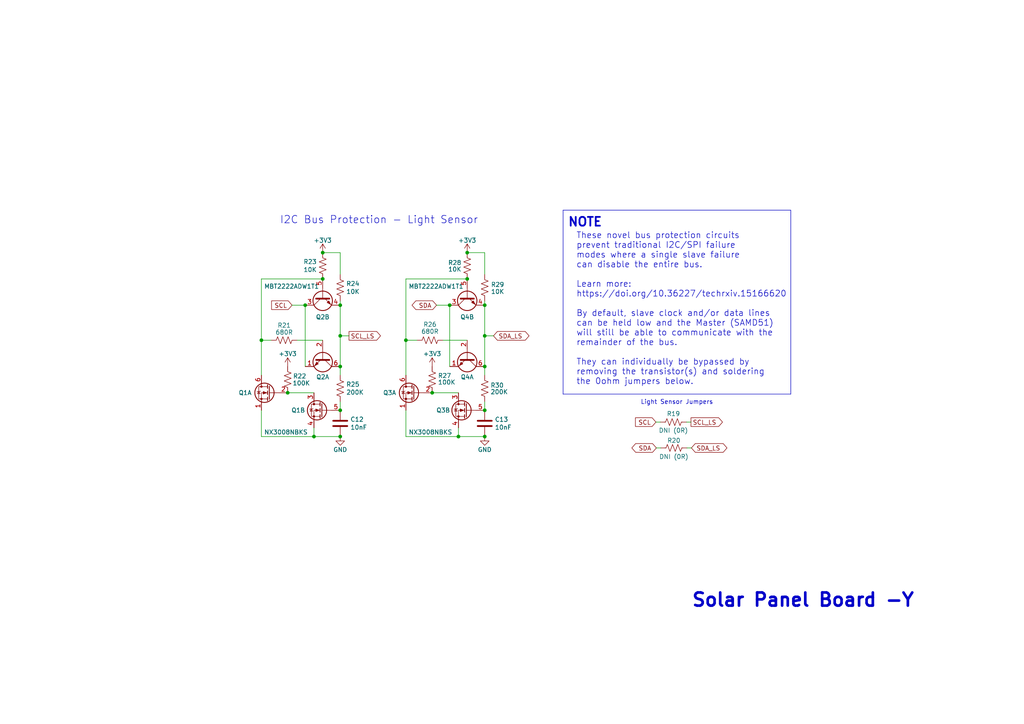
<source format=kicad_sch>
(kicad_sch (version 20230121) (generator eeschema)

  (uuid e88d67e6-e4dd-476a-8dc3-556f9f457f6d)

  (paper "A4")

  (title_block
    (title "PyCubed Mini")
    (date "2023-02-18")
    (rev "Rev B3/01")
    (company "REx Lab Carnegie Mellon University")
    (comment 1 "Z.Manchester")
    (comment 2 "N.Khera")
    (comment 3 "M.Holliday")
  )

  (lib_symbols
    (symbol "Device:C" (pin_numbers hide) (pin_names (offset 0.254)) (in_bom yes) (on_board yes)
      (property "Reference" "C" (at 0.635 2.54 0)
        (effects (font (size 1.27 1.27)) (justify left))
      )
      (property "Value" "C" (at 0.635 -2.54 0)
        (effects (font (size 1.27 1.27)) (justify left))
      )
      (property "Footprint" "" (at 0.9652 -3.81 0)
        (effects (font (size 1.27 1.27)) hide)
      )
      (property "Datasheet" "~" (at 0 0 0)
        (effects (font (size 1.27 1.27)) hide)
      )
      (property "ki_keywords" "cap capacitor" (at 0 0 0)
        (effects (font (size 1.27 1.27)) hide)
      )
      (property "ki_description" "Unpolarized capacitor" (at 0 0 0)
        (effects (font (size 1.27 1.27)) hide)
      )
      (property "ki_fp_filters" "C_*" (at 0 0 0)
        (effects (font (size 1.27 1.27)) hide)
      )
      (symbol "C_0_1"
        (polyline
          (pts
            (xy -2.032 -0.762)
            (xy 2.032 -0.762)
          )
          (stroke (width 0.508) (type default))
          (fill (type none))
        )
        (polyline
          (pts
            (xy -2.032 0.762)
            (xy 2.032 0.762)
          )
          (stroke (width 0.508) (type default))
          (fill (type none))
        )
      )
      (symbol "C_1_1"
        (pin passive line (at 0 3.81 270) (length 2.794)
          (name "~" (effects (font (size 1.27 1.27))))
          (number "1" (effects (font (size 1.27 1.27))))
        )
        (pin passive line (at 0 -3.81 90) (length 2.794)
          (name "~" (effects (font (size 1.27 1.27))))
          (number "2" (effects (font (size 1.27 1.27))))
        )
      )
    )
    (symbol "Device:R_US" (pin_numbers hide) (pin_names (offset 0)) (in_bom yes) (on_board yes)
      (property "Reference" "R" (at 2.54 0 90)
        (effects (font (size 1.27 1.27)))
      )
      (property "Value" "R_US" (at -2.54 0 90)
        (effects (font (size 1.27 1.27)))
      )
      (property "Footprint" "" (at 1.016 -0.254 90)
        (effects (font (size 1.27 1.27)) hide)
      )
      (property "Datasheet" "~" (at 0 0 0)
        (effects (font (size 1.27 1.27)) hide)
      )
      (property "ki_keywords" "R res resistor" (at 0 0 0)
        (effects (font (size 1.27 1.27)) hide)
      )
      (property "ki_description" "Resistor, US symbol" (at 0 0 0)
        (effects (font (size 1.27 1.27)) hide)
      )
      (property "ki_fp_filters" "R_*" (at 0 0 0)
        (effects (font (size 1.27 1.27)) hide)
      )
      (symbol "R_US_0_1"
        (polyline
          (pts
            (xy 0 -2.286)
            (xy 0 -2.54)
          )
          (stroke (width 0) (type default))
          (fill (type none))
        )
        (polyline
          (pts
            (xy 0 2.286)
            (xy 0 2.54)
          )
          (stroke (width 0) (type default))
          (fill (type none))
        )
        (polyline
          (pts
            (xy 0 -0.762)
            (xy 1.016 -1.143)
            (xy 0 -1.524)
            (xy -1.016 -1.905)
            (xy 0 -2.286)
          )
          (stroke (width 0) (type default))
          (fill (type none))
        )
        (polyline
          (pts
            (xy 0 0.762)
            (xy 1.016 0.381)
            (xy 0 0)
            (xy -1.016 -0.381)
            (xy 0 -0.762)
          )
          (stroke (width 0) (type default))
          (fill (type none))
        )
        (polyline
          (pts
            (xy 0 2.286)
            (xy 1.016 1.905)
            (xy 0 1.524)
            (xy -1.016 1.143)
            (xy 0 0.762)
          )
          (stroke (width 0) (type default))
          (fill (type none))
        )
      )
      (symbol "R_US_1_1"
        (pin passive line (at 0 3.81 270) (length 1.27)
          (name "~" (effects (font (size 1.27 1.27))))
          (number "1" (effects (font (size 1.27 1.27))))
        )
        (pin passive line (at 0 -3.81 90) (length 1.27)
          (name "~" (effects (font (size 1.27 1.27))))
          (number "2" (effects (font (size 1.27 1.27))))
        )
      )
    )
    (symbol "Transistor_BJT:MBT2222ADW1T1" (pin_names (offset 0) hide) (in_bom yes) (on_board yes)
      (property "Reference" "Q" (at 5.08 1.27 0)
        (effects (font (size 1.27 1.27)) (justify left))
      )
      (property "Value" "MBT2222ADW1T1" (at 5.08 -1.27 0)
        (effects (font (size 1.27 1.27)) (justify left))
      )
      (property "Footprint" "Package_TO_SOT_SMD:SOT-363_SC-70-6" (at 5.08 2.54 0)
        (effects (font (size 1.27 1.27)) hide)
      )
      (property "Datasheet" "http://www.onsemi.com/pub_link/Collateral/MBT2222ADW1T1-D.PDF" (at 0 0 0)
        (effects (font (size 1.27 1.27)) hide)
      )
      (property "ki_locked" "" (at 0 0 0)
        (effects (font (size 1.27 1.27)))
      )
      (property "ki_keywords" "NPN/NPN Transistor" (at 0 0 0)
        (effects (font (size 1.27 1.27)) hide)
      )
      (property "ki_description" "600mA IC, 40V Vce, Dual NPN/NPN Transistors, SOT-363" (at 0 0 0)
        (effects (font (size 1.27 1.27)) hide)
      )
      (property "ki_fp_filters" "SOT?363*" (at 0 0 0)
        (effects (font (size 1.27 1.27)) hide)
      )
      (symbol "MBT2222ADW1T1_0_1"
        (polyline
          (pts
            (xy 0.635 0)
            (xy -2.54 0)
          )
          (stroke (width 0) (type default))
          (fill (type none))
        )
        (polyline
          (pts
            (xy 0.635 0.635)
            (xy 2.54 2.54)
          )
          (stroke (width 0) (type default))
          (fill (type none))
        )
        (polyline
          (pts
            (xy 0.635 -0.635)
            (xy 2.54 -2.54)
            (xy 2.54 -2.54)
          )
          (stroke (width 0) (type default))
          (fill (type none))
        )
        (polyline
          (pts
            (xy 0.635 1.905)
            (xy 0.635 -1.905)
            (xy 0.635 -1.905)
          )
          (stroke (width 0.508) (type default))
          (fill (type none))
        )
        (polyline
          (pts
            (xy 1.27 -1.778)
            (xy 1.778 -1.27)
            (xy 2.286 -2.286)
            (xy 1.27 -1.778)
            (xy 1.27 -1.778)
          )
          (stroke (width 0) (type default))
          (fill (type outline))
        )
        (circle (center 1.27 0) (radius 2.8194)
          (stroke (width 0.254) (type default))
          (fill (type none))
        )
      )
      (symbol "MBT2222ADW1T1_1_1"
        (pin passive line (at 2.54 -5.08 90) (length 2.54)
          (name "E1" (effects (font (size 1.27 1.27))))
          (number "1" (effects (font (size 1.27 1.27))))
        )
        (pin input line (at -5.08 0 0) (length 2.54)
          (name "B1" (effects (font (size 1.27 1.27))))
          (number "2" (effects (font (size 1.27 1.27))))
        )
        (pin passive line (at 2.54 5.08 270) (length 2.54)
          (name "C1" (effects (font (size 1.27 1.27))))
          (number "6" (effects (font (size 1.27 1.27))))
        )
      )
      (symbol "MBT2222ADW1T1_2_1"
        (pin passive line (at 2.54 5.08 270) (length 2.54)
          (name "C2" (effects (font (size 1.27 1.27))))
          (number "3" (effects (font (size 1.27 1.27))))
        )
        (pin passive line (at 2.54 -5.08 90) (length 2.54)
          (name "E2" (effects (font (size 1.27 1.27))))
          (number "4" (effects (font (size 1.27 1.27))))
        )
        (pin input line (at -5.08 0 0) (length 2.54)
          (name "B2" (effects (font (size 1.27 1.27))))
          (number "5" (effects (font (size 1.27 1.27))))
        )
      )
    )
    (symbol "mainboard:NX3008NBKS" (pin_names (offset 0.762) hide) (in_bom yes) (on_board yes)
      (property "Reference" "Q" (at 5.08 1.27 0)
        (effects (font (size 1.27 1.27)) (justify left))
      )
      (property "Value" "NX3008NBKS" (at 5.08 -1.27 0)
        (effects (font (size 1.27 1.27)) (justify left))
      )
      (property "Footprint" "Package_TO_SOT_SMD:SOT-363_SC-70-6" (at -13.97 -13.97 0)
        (effects (font (size 1.27 1.27)) (justify left) hide)
      )
      (property "Datasheet" "https://assets.nexperia.com/documents/data-sheet/NX3008NBKS.pdf" (at -13.97 -16.51 0)
        (effects (font (size 1.27 1.27)) (justify left) hide)
      )
      (property "Description" "Dual N-Channel MOSFET - 2NMOS" (at -13.97 -19.05 0)
        (effects (font (size 1.27 1.27)) (justify left) hide)
      )
      (property "Manufacturer_Name" "Nexperia USA Inc." (at -13.97 -21.59 0)
        (effects (font (size 1.27 1.27)) (justify left) hide)
      )
      (property "Manufacturer_Part_Number" "NX3008NBKS" (at -13.97 -24.13 0)
        (effects (font (size 1.27 1.27)) (justify left) hide)
      )
      (property "ki_locked" "" (at 0 0 0)
        (effects (font (size 1.27 1.27)))
      )
      (symbol "NX3008NBKS_1_1"
        (polyline
          (pts
            (xy -1.016 0)
            (xy -3.81 0)
          )
          (stroke (width 0) (type default))
          (fill (type none))
        )
        (polyline
          (pts
            (xy -1.016 1.905)
            (xy -1.016 -1.905)
          )
          (stroke (width 0.254) (type default))
          (fill (type none))
        )
        (polyline
          (pts
            (xy -0.508 -1.27)
            (xy -0.508 -2.286)
          )
          (stroke (width 0.254) (type default))
          (fill (type none))
        )
        (polyline
          (pts
            (xy -0.508 0.508)
            (xy -0.508 -0.508)
          )
          (stroke (width 0.254) (type default))
          (fill (type none))
        )
        (polyline
          (pts
            (xy -0.508 2.286)
            (xy -0.508 1.27)
          )
          (stroke (width 0.254) (type default))
          (fill (type none))
        )
        (polyline
          (pts
            (xy 1.27 2.54)
            (xy 1.27 1.778)
          )
          (stroke (width 0) (type default))
          (fill (type none))
        )
        (polyline
          (pts
            (xy 1.27 -2.54)
            (xy 1.27 0)
            (xy -0.508 0)
          )
          (stroke (width 0) (type default))
          (fill (type none))
        )
        (polyline
          (pts
            (xy -0.508 -1.778)
            (xy 2.032 -1.778)
            (xy 2.032 1.778)
            (xy -0.508 1.778)
          )
          (stroke (width 0) (type default))
          (fill (type none))
        )
        (polyline
          (pts
            (xy -0.254 0)
            (xy 0.762 0.381)
            (xy 0.762 -0.381)
            (xy -0.254 0)
          )
          (stroke (width 0) (type default))
          (fill (type outline))
        )
        (polyline
          (pts
            (xy 1.524 0.508)
            (xy 1.651 0.381)
            (xy 2.413 0.381)
            (xy 2.54 0.254)
          )
          (stroke (width 0) (type default))
          (fill (type none))
        )
        (polyline
          (pts
            (xy 2.032 0.381)
            (xy 1.651 -0.254)
            (xy 2.413 -0.254)
            (xy 2.032 0.381)
          )
          (stroke (width 0) (type default))
          (fill (type none))
        )
        (circle (center 0.381 0) (radius 2.794)
          (stroke (width 0.254) (type default))
          (fill (type none))
        )
        (circle (center 1.27 -1.778) (radius 0.254)
          (stroke (width 0) (type default))
          (fill (type outline))
        )
        (circle (center 1.27 1.778) (radius 0.254)
          (stroke (width 0) (type default))
          (fill (type outline))
        )
        (pin passive line (at 1.27 -5.08 90) (length 2.54)
          (name "S2" (effects (font (size 1.27 1.27))))
          (number "1" (effects (font (size 1.27 1.27))))
        )
        (pin input line (at -6.35 0 0) (length 2.54)
          (name "G2" (effects (font (size 1.27 1.27))))
          (number "2" (effects (font (size 1.27 1.27))))
        )
        (pin passive line (at 1.27 5.08 270) (length 2.54)
          (name "D1" (effects (font (size 1.27 1.27))))
          (number "6" (effects (font (size 1.27 1.27))))
        )
      )
      (symbol "NX3008NBKS_2_1"
        (polyline
          (pts
            (xy -1.016 0)
            (xy -3.81 0)
          )
          (stroke (width 0) (type default))
          (fill (type none))
        )
        (polyline
          (pts
            (xy -1.016 1.905)
            (xy -1.016 -1.905)
          )
          (stroke (width 0.254) (type default))
          (fill (type none))
        )
        (polyline
          (pts
            (xy -0.508 -1.27)
            (xy -0.508 -2.286)
          )
          (stroke (width 0.254) (type default))
          (fill (type none))
        )
        (polyline
          (pts
            (xy -0.508 0.508)
            (xy -0.508 -0.508)
          )
          (stroke (width 0.254) (type default))
          (fill (type none))
        )
        (polyline
          (pts
            (xy -0.508 2.286)
            (xy -0.508 1.27)
          )
          (stroke (width 0.254) (type default))
          (fill (type none))
        )
        (polyline
          (pts
            (xy 1.27 2.54)
            (xy 1.27 1.778)
          )
          (stroke (width 0) (type default))
          (fill (type none))
        )
        (polyline
          (pts
            (xy 1.27 -2.54)
            (xy 1.27 0)
            (xy -0.508 0)
          )
          (stroke (width 0) (type default))
          (fill (type none))
        )
        (polyline
          (pts
            (xy -0.508 -1.778)
            (xy 2.032 -1.778)
            (xy 2.032 1.778)
            (xy -0.508 1.778)
          )
          (stroke (width 0) (type default))
          (fill (type none))
        )
        (polyline
          (pts
            (xy -0.254 0)
            (xy 0.762 0.381)
            (xy 0.762 -0.381)
            (xy -0.254 0)
          )
          (stroke (width 0) (type default))
          (fill (type outline))
        )
        (polyline
          (pts
            (xy 1.524 0.508)
            (xy 1.651 0.381)
            (xy 2.413 0.381)
            (xy 2.54 0.254)
          )
          (stroke (width 0) (type default))
          (fill (type none))
        )
        (polyline
          (pts
            (xy 2.032 0.381)
            (xy 1.651 -0.254)
            (xy 2.413 -0.254)
            (xy 2.032 0.381)
          )
          (stroke (width 0) (type default))
          (fill (type none))
        )
        (circle (center 0.381 0) (radius 2.794)
          (stroke (width 0.254) (type default))
          (fill (type none))
        )
        (circle (center 1.27 -1.778) (radius 0.254)
          (stroke (width 0) (type default))
          (fill (type outline))
        )
        (circle (center 1.27 1.778) (radius 0.254)
          (stroke (width 0) (type default))
          (fill (type outline))
        )
        (pin passive line (at 1.27 5.08 270) (length 2.54)
          (name "D2" (effects (font (size 1.27 1.27))))
          (number "3" (effects (font (size 1.27 1.27))))
        )
        (pin passive line (at 1.27 -5.08 90) (length 2.54)
          (name "S1" (effects (font (size 1.27 1.27))))
          (number "4" (effects (font (size 1.27 1.27))))
        )
        (pin input line (at -6.35 0 0) (length 2.54)
          (name "G1" (effects (font (size 1.27 1.27))))
          (number "5" (effects (font (size 1.27 1.27))))
        )
      )
    )
    (symbol "power:+3V3" (power) (pin_names (offset 0)) (in_bom yes) (on_board yes)
      (property "Reference" "#PWR" (at 0 -3.81 0)
        (effects (font (size 1.27 1.27)) hide)
      )
      (property "Value" "+3V3" (at 0 3.556 0)
        (effects (font (size 1.27 1.27)))
      )
      (property "Footprint" "" (at 0 0 0)
        (effects (font (size 1.27 1.27)) hide)
      )
      (property "Datasheet" "" (at 0 0 0)
        (effects (font (size 1.27 1.27)) hide)
      )
      (property "ki_keywords" "global power" (at 0 0 0)
        (effects (font (size 1.27 1.27)) hide)
      )
      (property "ki_description" "Power symbol creates a global label with name \"+3V3\"" (at 0 0 0)
        (effects (font (size 1.27 1.27)) hide)
      )
      (symbol "+3V3_0_1"
        (polyline
          (pts
            (xy -0.762 1.27)
            (xy 0 2.54)
          )
          (stroke (width 0) (type default))
          (fill (type none))
        )
        (polyline
          (pts
            (xy 0 0)
            (xy 0 2.54)
          )
          (stroke (width 0) (type default))
          (fill (type none))
        )
        (polyline
          (pts
            (xy 0 2.54)
            (xy 0.762 1.27)
          )
          (stroke (width 0) (type default))
          (fill (type none))
        )
      )
      (symbol "+3V3_1_1"
        (pin power_in line (at 0 0 90) (length 0) hide
          (name "+3V3" (effects (font (size 1.27 1.27))))
          (number "1" (effects (font (size 1.27 1.27))))
        )
      )
    )
    (symbol "power:GND" (power) (pin_names (offset 0)) (in_bom yes) (on_board yes)
      (property "Reference" "#PWR" (at 0 -6.35 0)
        (effects (font (size 1.27 1.27)) hide)
      )
      (property "Value" "GND" (at 0 -3.81 0)
        (effects (font (size 1.27 1.27)))
      )
      (property "Footprint" "" (at 0 0 0)
        (effects (font (size 1.27 1.27)) hide)
      )
      (property "Datasheet" "" (at 0 0 0)
        (effects (font (size 1.27 1.27)) hide)
      )
      (property "ki_keywords" "global power" (at 0 0 0)
        (effects (font (size 1.27 1.27)) hide)
      )
      (property "ki_description" "Power symbol creates a global label with name \"GND\" , ground" (at 0 0 0)
        (effects (font (size 1.27 1.27)) hide)
      )
      (symbol "GND_0_1"
        (polyline
          (pts
            (xy 0 0)
            (xy 0 -1.27)
            (xy 1.27 -1.27)
            (xy 0 -2.54)
            (xy -1.27 -1.27)
            (xy 0 -1.27)
          )
          (stroke (width 0) (type default))
          (fill (type none))
        )
      )
      (symbol "GND_1_1"
        (pin power_in line (at 0 0 270) (length 0) hide
          (name "GND" (effects (font (size 1.27 1.27))))
          (number "1" (effects (font (size 1.27 1.27))))
        )
      )
    )
  )

  (junction (at 130.429 88.519) (diameter 0) (color 0 0 0 0)
    (uuid 01dee252-f393-4fd4-8e22-91b44f40a792)
  )
  (junction (at 98.679 97.409) (diameter 0) (color 0 0 0 0)
    (uuid 059b7342-cdb6-40e0-bf16-ddf6aa90659e)
  )
  (junction (at 132.969 126.619) (diameter 0) (color 0 0 0 0)
    (uuid 2694eee5-1481-42fb-ac5b-e0d7c905fbf6)
  )
  (junction (at 93.599 80.899) (diameter 0) (color 0 0 0 0)
    (uuid 341565f2-13df-4b0b-bf91-15238029c9ed)
  )
  (junction (at 135.509 80.899) (diameter 0) (color 0 0 0 0)
    (uuid 350263d7-0429-4d30-b2f3-e6e826ed6eb1)
  )
  (junction (at 140.589 118.999) (diameter 0) (color 0 0 0 0)
    (uuid 3f4c858b-d6fe-452c-b306-5c9e02638bdc)
  )
  (junction (at 83.439 113.919) (diameter 0) (color 0 0 0 0)
    (uuid 409c22ca-cb31-4c9f-8468-922116392378)
  )
  (junction (at 93.599 73.279) (diameter 0) (color 0 0 0 0)
    (uuid 4e4eb513-6e37-45ec-b70f-a5a4c50ae34d)
  )
  (junction (at 140.589 106.299) (diameter 0) (color 0 0 0 0)
    (uuid 6368ff57-11f8-4a7c-b6b6-d8bacbefd407)
  )
  (junction (at 125.349 113.919) (diameter 0) (color 0 0 0 0)
    (uuid 65d44ef3-dec2-433f-b6e1-3b16aed09301)
  )
  (junction (at 88.519 88.519) (diameter 0) (color 0 0 0 0)
    (uuid 69d70284-d116-4599-bade-876a0e846516)
  )
  (junction (at 140.589 126.619) (diameter 0) (color 0 0 0 0)
    (uuid 73af101b-334d-4765-bd52-9d65b8bc595f)
  )
  (junction (at 117.729 98.679) (diameter 0) (color 0 0 0 0)
    (uuid 77e01bed-f376-43bd-b632-472028871afb)
  )
  (junction (at 91.059 126.619) (diameter 0) (color 0 0 0 0)
    (uuid 8d94a5be-53c8-4c9c-afcd-427c6db5da1e)
  )
  (junction (at 98.679 118.999) (diameter 0) (color 0 0 0 0)
    (uuid 93e1d7a1-2f3c-4f6d-a3df-9752ba477ca2)
  )
  (junction (at 135.509 73.279) (diameter 0) (color 0 0 0 0)
    (uuid aa610b1d-a66c-4e18-aefd-c5eec4b84fe2)
  )
  (junction (at 98.679 88.519) (diameter 0) (color 0 0 0 0)
    (uuid b8c94b6e-45e9-4618-9c3b-9743917d7790)
  )
  (junction (at 140.589 88.519) (diameter 0) (color 0 0 0 0)
    (uuid bb2fecde-9201-460a-ad34-593fda7d1b2b)
  )
  (junction (at 98.679 106.299) (diameter 0) (color 0 0 0 0)
    (uuid bf52449f-2ebb-41cf-bfb6-35b9137a14b5)
  )
  (junction (at 75.819 98.679) (diameter 0) (color 0 0 0 0)
    (uuid d1eb8629-43d9-4403-a974-fc00022bd38d)
  )
  (junction (at 98.679 126.619) (diameter 0) (color 0 0 0 0)
    (uuid ec841d42-7a6b-4be6-8443-9770b4e5f7c3)
  )
  (junction (at 140.589 97.409) (diameter 0) (color 0 0 0 0)
    (uuid f653d798-694f-49d0-8b69-e1a61e6fafbc)
  )

  (wire (pts (xy 91.059 124.079) (xy 91.059 126.619))
    (stroke (width 0) (type default))
    (uuid 00327b29-5170-46f4-a67b-799fc71041e9)
  )
  (wire (pts (xy 140.589 87.249) (xy 140.589 88.519))
    (stroke (width 0) (type default))
    (uuid 02c1566d-ff97-4cf1-ae78-54cc12d10f85)
  )
  (wire (pts (xy 140.589 97.409) (xy 140.589 88.519))
    (stroke (width 0) (type default))
    (uuid 1771e1f7-4be0-40ac-a267-f15d03f15a60)
  )
  (wire (pts (xy 143.129 97.409) (xy 140.589 97.409))
    (stroke (width 0) (type default))
    (uuid 19588aee-0d9b-433d-b924-7bcc2e4e53a5)
  )
  (wire (pts (xy 98.679 106.299) (xy 98.679 97.409))
    (stroke (width 0) (type default))
    (uuid 1ea549c0-5479-4e58-9af8-f2336e4d5ced)
  )
  (wire (pts (xy 75.819 98.679) (xy 75.819 80.899))
    (stroke (width 0) (type default))
    (uuid 1ffcaa80-f910-4102-9ccd-de4917aec05e)
  )
  (wire (pts (xy 140.589 106.299) (xy 140.589 97.409))
    (stroke (width 0) (type default))
    (uuid 27e89610-4783-4a06-9de4-10017fcbd966)
  )
  (wire (pts (xy 200.533 129.921) (xy 199.263 129.921))
    (stroke (width 0) (type default))
    (uuid 2de4d721-5f15-4861-a2ee-bb3ac8f41ccb)
  )
  (wire (pts (xy 84.709 88.519) (xy 88.519 88.519))
    (stroke (width 0) (type default))
    (uuid 365a2e55-64fd-4cc6-9e0a-a2311a4ffda1)
  )
  (wire (pts (xy 200.406 122.428) (xy 199.136 122.428))
    (stroke (width 0) (type default))
    (uuid 385dfb55-3332-4fc4-88e7-45c50941913f)
  )
  (wire (pts (xy 98.679 79.629) (xy 98.679 73.279))
    (stroke (width 0) (type default))
    (uuid 3875e508-cd15-40e7-8f0e-7d2266ad4bf5)
  )
  (wire (pts (xy 83.439 113.919) (xy 91.059 113.919))
    (stroke (width 0) (type default))
    (uuid 3b06637f-a74a-4193-9e3e-440a62e9a54a)
  )
  (wire (pts (xy 117.729 98.679) (xy 120.904 98.679))
    (stroke (width 0) (type default))
    (uuid 40012882-de1e-4e34-9149-348cf35102cb)
  )
  (wire (pts (xy 98.679 87.249) (xy 98.679 88.519))
    (stroke (width 0) (type default))
    (uuid 456e2b00-8ede-40b9-8a52-b0a5d76b1c4e)
  )
  (wire (pts (xy 190.246 122.428) (xy 191.516 122.428))
    (stroke (width 0) (type default))
    (uuid 47973079-69ea-4f0f-988b-6f0707b07c3f)
  )
  (wire (pts (xy 75.819 108.839) (xy 75.819 98.679))
    (stroke (width 0) (type default))
    (uuid 548e524f-0ebc-44b8-8711-99bb2d5e9443)
  )
  (wire (pts (xy 135.509 98.679) (xy 128.524 98.679))
    (stroke (width 0) (type default))
    (uuid 5a54a483-b68e-49bc-8269-91586f872e42)
  )
  (polyline (pts (xy 163.322 114.3) (xy 229.362 114.3))
    (stroke (width 0) (type default))
    (uuid 5c358960-bc17-4623-9806-0cc45bedea73)
  )

  (wire (pts (xy 75.819 80.899) (xy 93.599 80.899))
    (stroke (width 0) (type default))
    (uuid 6253ee8f-9b93-42e4-ab31-fc0ad5a80cc3)
  )
  (wire (pts (xy 93.599 98.679) (xy 86.233 98.679))
    (stroke (width 0) (type default))
    (uuid 62981ec8-3097-4124-b28b-74143ceef286)
  )
  (wire (pts (xy 75.819 118.999) (xy 75.819 126.619))
    (stroke (width 0) (type default))
    (uuid 6df05fc9-d0cc-443f-b442-f24c7e08f7a7)
  )
  (wire (pts (xy 140.589 108.839) (xy 140.589 106.299))
    (stroke (width 0) (type default))
    (uuid 6f7aebc0-9be6-479c-91f4-cf90c431060c)
  )
  (wire (pts (xy 98.679 97.409) (xy 98.679 88.519))
    (stroke (width 0) (type default))
    (uuid 7e17874e-9624-4625-95ad-9910d7732399)
  )
  (wire (pts (xy 140.589 116.459) (xy 140.589 118.999))
    (stroke (width 0) (type default))
    (uuid 7f78c063-4d6d-413f-b298-f895c27f3602)
  )
  (polyline (pts (xy 229.362 114.3) (xy 229.362 60.96))
    (stroke (width 0) (type default))
    (uuid 80477069-de81-499d-82c6-5779fd5d263f)
  )

  (wire (pts (xy 126.619 88.519) (xy 130.429 88.519))
    (stroke (width 0) (type default))
    (uuid 80ea2d36-eb2e-4d0b-aeb3-8c840442cf15)
  )
  (wire (pts (xy 117.729 98.679) (xy 117.729 80.899))
    (stroke (width 0) (type default))
    (uuid 8cca751d-97dc-46c6-9fca-cdf6ce52e07a)
  )
  (wire (pts (xy 132.969 124.079) (xy 132.969 126.619))
    (stroke (width 0) (type default))
    (uuid 90117d05-e7b0-4706-8e03-f91118844a30)
  )
  (wire (pts (xy 91.059 126.619) (xy 98.679 126.619))
    (stroke (width 0) (type default))
    (uuid 97c32869-cef9-4cec-8431-693b6ed236f6)
  )
  (wire (pts (xy 88.519 88.519) (xy 88.519 106.299))
    (stroke (width 0) (type default))
    (uuid af654b81-05df-4e53-b6f4-60f591fd3f9a)
  )
  (wire (pts (xy 117.729 80.899) (xy 135.509 80.899))
    (stroke (width 0) (type default))
    (uuid b2f008c6-6754-4adc-9444-0a5c3884f74d)
  )
  (polyline (pts (xy 229.362 60.96) (xy 163.322 60.96))
    (stroke (width 0) (type default))
    (uuid b711282d-1730-4ff8-8a30-2da503bfabbb)
  )

  (wire (pts (xy 130.429 88.519) (xy 130.429 106.299))
    (stroke (width 0) (type default))
    (uuid b7db25cf-86a8-4a9f-a8b5-8fa76af9dad3)
  )
  (polyline (pts (xy 163.322 60.96) (xy 163.322 114.3))
    (stroke (width 0) (type default))
    (uuid b83b772b-f24a-4dcc-8058-21bd0c5519f3)
  )

  (wire (pts (xy 117.729 126.619) (xy 132.969 126.619))
    (stroke (width 0) (type default))
    (uuid c084644e-a03e-470e-8d58-faa2cb82da33)
  )
  (wire (pts (xy 75.819 126.619) (xy 91.059 126.619))
    (stroke (width 0) (type default))
    (uuid c367c349-6a29-42ce-bc2e-b23469e67ed9)
  )
  (wire (pts (xy 101.219 97.409) (xy 98.679 97.409))
    (stroke (width 0) (type default))
    (uuid c834161c-40de-49da-8ab2-4a37c1de13e5)
  )
  (wire (pts (xy 190.373 129.921) (xy 191.643 129.921))
    (stroke (width 0) (type default))
    (uuid cf055c00-22a9-4145-9b41-2b54daf7a114)
  )
  (wire (pts (xy 98.679 116.459) (xy 98.679 118.999))
    (stroke (width 0) (type default))
    (uuid d0555184-a3f7-4edc-bb54-4b5b4de14dff)
  )
  (wire (pts (xy 117.729 118.999) (xy 117.729 126.619))
    (stroke (width 0) (type default))
    (uuid d95b8fe7-07fe-468c-a008-fbbda93763b8)
  )
  (wire (pts (xy 140.589 79.629) (xy 140.589 73.279))
    (stroke (width 0) (type default))
    (uuid e0205359-5e82-41c6-a0c4-e6d7b2a1729a)
  )
  (wire (pts (xy 140.589 73.279) (xy 135.509 73.279))
    (stroke (width 0) (type default))
    (uuid e5d8a124-62fe-4889-a0dc-6f948a15f3da)
  )
  (wire (pts (xy 75.819 98.679) (xy 78.613 98.679))
    (stroke (width 0) (type default))
    (uuid e6aea278-af32-4368-9bbf-224d53e53293)
  )
  (wire (pts (xy 98.679 73.279) (xy 93.599 73.279))
    (stroke (width 0) (type default))
    (uuid f14a3d69-00d3-4c78-abd9-380664bc5c2b)
  )
  (wire (pts (xy 117.729 108.839) (xy 117.729 98.679))
    (stroke (width 0) (type default))
    (uuid f18cf809-7dd3-47cc-ba22-ae3e841e5eb6)
  )
  (wire (pts (xy 98.679 108.839) (xy 98.679 106.299))
    (stroke (width 0) (type default))
    (uuid f18e461d-ac20-4024-90de-ebb8572e20cd)
  )
  (wire (pts (xy 125.349 113.919) (xy 132.969 113.919))
    (stroke (width 0) (type default))
    (uuid f9b9db16-e2ea-4f45-8eaf-cbf4af1ff926)
  )
  (wire (pts (xy 132.969 126.619) (xy 140.589 126.619))
    (stroke (width 0) (type default))
    (uuid fc4c99a4-c4b4-49ed-9357-b434f1a61a88)
  )

  (text "NOTE" (at 164.592 66.04 0)
    (effects (font (size 2.54 2.54) (thickness 0.508) bold) (justify left bottom))
    (uuid 0ec116d7-a27c-428b-a996-9bfe88de1dcb)
  )
  (text "Light Sensor Jumpers" (at 185.801 117.475 0)
    (effects (font (size 1.27 1.27)) (justify left bottom))
    (uuid 5b6ddca2-3e66-4080-a357-30aecaa7578c)
  )
  (text "I2C Bus Protection - Light Sensor" (at 81.153 65.151 0)
    (effects (font (size 2.159 2.159)) (justify left bottom))
    (uuid 7bf5b594-9c01-44f6-87c9-558f3070fde6)
  )
  (text "Solar Panel Board -Y" (at 200.406 176.403 0)
    (effects (font (size 3.81 3.81) (thickness 0.762) bold) (justify left bottom))
    (uuid ae9a1fae-934a-4415-99ac-828b644208f9)
  )
  (text "These novel bus protection circuits\nprevent traditional I2C/SPI failure \nmodes where a single slave failure\ncan disable the entire bus.\n\nLearn more: \nhttps://doi.org/10.36227/techrxiv.15166620\n\nBy default, slave clock and/or data lines \ncan be held low and the Master (SAMD51) \nwill still be able to communicate with the \nremainder of the bus.\n\nThey can individually be bypassed by \nremoving the transistor(s) and soldering\nthe 0ohm jumpers below."
    (at 167.132 111.76 0)
    (effects (font (size 1.7526 1.7526)) (justify left bottom))
    (uuid fe8bc681-a659-4f67-a094-0ba3c1c80bfc)
  )

  (global_label "SCL_LS" (shape output) (at 200.406 122.428 0) (fields_autoplaced)
    (effects (font (size 1.27 1.27)) (justify left))
    (uuid 153d77e8-f759-47a7-b9a4-35219fee111c)
    (property "Intersheetrefs" "${INTERSHEET_REFS}" (at 209.4431 122.3486 0)
      (effects (font (size 1.27 1.27)) (justify left) hide)
    )
  )
  (global_label "SCL_LS" (shape output) (at 101.219 97.409 0) (fields_autoplaced)
    (effects (font (size 1.27 1.27)) (justify left))
    (uuid 1c7a0c66-6229-4570-8f68-5181a77bdb4d)
    (property "Intersheetrefs" "${INTERSHEET_REFS}" (at 110.2561 97.3296 0)
      (effects (font (size 1.27 1.27)) (justify left) hide)
    )
  )
  (global_label "SCL" (shape input) (at 84.709 88.519 180) (fields_autoplaced)
    (effects (font (size 1.27 1.27)) (justify right))
    (uuid 4b9d82e8-3bfb-4d3f-8e1f-e0894430ee23)
    (property "Intersheetrefs" "${INTERSHEET_REFS}" (at 78.8772 88.4396 0)
      (effects (font (size 1.27 1.27)) (justify right) hide)
    )
  )
  (global_label "SDA_LS" (shape bidirectional) (at 143.129 97.409 0) (fields_autoplaced)
    (effects (font (size 1.27 1.27)) (justify left))
    (uuid 5f4c601b-aec0-4a96-b66e-87547f917a1c)
    (property "Intersheetrefs" "${INTERSHEET_REFS}" (at 152.2265 97.3296 0)
      (effects (font (size 1.27 1.27)) (justify left) hide)
    )
  )
  (global_label "SDA" (shape bidirectional) (at 126.619 88.519 180) (fields_autoplaced)
    (effects (font (size 1.27 1.27)) (justify right))
    (uuid 67d05672-1dfc-42ed-bec8-a40f06df15d2)
    (property "Intersheetrefs" "${INTERSHEET_REFS}" (at 120.7267 88.4396 0)
      (effects (font (size 1.27 1.27)) (justify right) hide)
    )
  )
  (global_label "SCL" (shape input) (at 190.246 122.428 180) (fields_autoplaced)
    (effects (font (size 1.27 1.27)) (justify right))
    (uuid 9e866523-4e48-4c7e-956e-988cf23e99cd)
    (property "Intersheetrefs" "${INTERSHEET_REFS}" (at 184.4142 122.3486 0)
      (effects (font (size 1.27 1.27)) (justify right) hide)
    )
  )
  (global_label "SDA_LS" (shape bidirectional) (at 200.533 129.921 0) (fields_autoplaced)
    (effects (font (size 1.27 1.27)) (justify left))
    (uuid eeb82ad1-27cc-4fac-8b61-b9e96fed7e98)
    (property "Intersheetrefs" "${INTERSHEET_REFS}" (at 209.6305 129.8416 0)
      (effects (font (size 1.27 1.27)) (justify left) hide)
    )
  )
  (global_label "SDA" (shape bidirectional) (at 190.373 129.921 180) (fields_autoplaced)
    (effects (font (size 1.27 1.27)) (justify right))
    (uuid efaa97bb-81d9-49ca-ae21-0027fb78eebc)
    (property "Intersheetrefs" "${INTERSHEET_REFS}" (at 184.4807 129.8416 0)
      (effects (font (size 1.27 1.27)) (justify right) hide)
    )
  )

  (symbol (lib_id "Device:R_US") (at 195.326 122.428 270) (unit 1)
    (in_bom yes) (on_board yes) (dnp no)
    (uuid 142ba91f-c78c-4136-b5bf-7ed7017ac9ee)
    (property "Reference" "R19" (at 195.326 120.015 90)
      (effects (font (size 1.27 1.27)))
    )
    (property "Value" "DNI (0R)" (at 195.326 124.841 90)
      (effects (font (size 1.27 1.27)))
    )
    (property "Footprint" "Resistor_SMD:R_0603_1608Metric" (at 195.072 123.444 90)
      (effects (font (size 1.27 1.27)) hide)
    )
    (property "Datasheet" "~" (at 195.326 122.428 0)
      (effects (font (size 1.27 1.27)) hide)
    )
    (property "DNI" "DNI" (at 195.326 124.46 90)
      (effects (font (size 1.27 1.27)) hide)
    )
    (property "Description" "0 0603" (at 194.056 121.158 0)
      (effects (font (size 1.27 1.27)) hide)
    )
    (pin "1" (uuid 12624095-fe6c-4d29-a6ee-920d0612935b))
    (pin "2" (uuid 5db48e9b-bfc4-4dee-a4ff-c2830fa71071))
    (instances
      (project "Solar-Panel-Y-"
        (path "/16bd6381-8ac0-4bf2-9dce-ecc20c724b8d"
          (reference "R19") (unit 1)
        )
        (path "/16bd6381-8ac0-4bf2-9dce-ecc20c724b8d/c7231f01-71ed-472c-883b-abc42b9f34c7"
          (reference "R19") (unit 1)
        )
      )
    )
  )

  (symbol (lib_id "Device:C") (at 98.679 122.809 0) (unit 1)
    (in_bom yes) (on_board yes) (dnp no)
    (uuid 17d61b86-884b-45cc-90cd-8ab22fd85ffd)
    (property "Reference" "C12" (at 101.6 121.6406 0)
      (effects (font (size 1.27 1.27)) (justify left))
    )
    (property "Value" "10nF" (at 101.6 123.952 0)
      (effects (font (size 1.27 1.27)) (justify left))
    )
    (property "Footprint" "Capacitor_SMD:C_0603_1608Metric" (at 99.6442 126.619 0)
      (effects (font (size 1.27 1.27)) hide)
    )
    (property "Datasheet" "~" (at 98.679 122.809 0)
      (effects (font (size 1.27 1.27)) hide)
    )
    (property "Description" "10nF +-10% 50V X7R" (at 98.679 122.809 0)
      (effects (font (size 1.27 1.27)) hide)
    )
    (pin "1" (uuid 95b47127-e9b4-4f66-bdac-3de72388cfbc))
    (pin "2" (uuid 9fe20407-5415-4d9a-aeaa-7a68f3ded3c6))
    (instances
      (project "Solar-Panel-Y-"
        (path "/16bd6381-8ac0-4bf2-9dce-ecc20c724b8d"
          (reference "C12") (unit 1)
        )
        (path "/16bd6381-8ac0-4bf2-9dce-ecc20c724b8d/c7231f01-71ed-472c-883b-abc42b9f34c7"
          (reference "C12") (unit 1)
        )
      )
    )
  )

  (symbol (lib_id "Device:C") (at 140.589 122.809 0) (unit 1)
    (in_bom yes) (on_board yes) (dnp no)
    (uuid 1be8621b-a963-4b7d-ac31-dd7be45ab75a)
    (property "Reference" "C13" (at 143.51 121.666 0)
      (effects (font (size 1.27 1.27)) (justify left))
    )
    (property "Value" "10nF" (at 143.51 123.952 0)
      (effects (font (size 1.27 1.27)) (justify left))
    )
    (property "Footprint" "Capacitor_SMD:C_0603_1608Metric" (at 141.5542 126.619 0)
      (effects (font (size 1.27 1.27)) hide)
    )
    (property "Datasheet" "~" (at 140.589 122.809 0)
      (effects (font (size 1.27 1.27)) hide)
    )
    (property "Description" "10nF +-10% 50V X7R" (at 140.589 122.809 0)
      (effects (font (size 1.27 1.27)) hide)
    )
    (pin "1" (uuid 344b0c2a-9f82-4639-b36c-9d3153728384))
    (pin "2" (uuid d157960a-7f8b-4331-98f1-166c19c5d1e2))
    (instances
      (project "Solar-Panel-Y-"
        (path "/16bd6381-8ac0-4bf2-9dce-ecc20c724b8d"
          (reference "C13") (unit 1)
        )
        (path "/16bd6381-8ac0-4bf2-9dce-ecc20c724b8d/c7231f01-71ed-472c-883b-abc42b9f34c7"
          (reference "C13") (unit 1)
        )
      )
    )
  )

  (symbol (lib_id "mainboard:NX3008NBKS") (at 77.089 113.919 0) (mirror y) (unit 1)
    (in_bom yes) (on_board yes) (dnp no)
    (uuid 296d2b89-5b1d-4e4d-88c6-838d6bc0e3c5)
    (property "Reference" "Q1" (at 73.025 113.919 0)
      (effects (font (size 1.27 1.27)) (justify left))
    )
    (property "Value" "NX3008NBKS" (at 89.281 125.349 0)
      (effects (font (size 1.27 1.27)) (justify left))
    )
    (property "Footprint" "Package_TO_SOT_SMD:SOT-363_SC-70-6" (at 91.059 127.889 0)
      (effects (font (size 1.27 1.27)) (justify left) hide)
    )
    (property "Datasheet" "https://assets.nexperia.com/documents/data-sheet/NX3008NBKS.pdf" (at 91.059 130.429 0)
      (effects (font (size 1.27 1.27)) (justify left) hide)
    )
    (property "Description" "Dual N-Channel MOSFET - 2NMOS" (at 91.059 132.969 0)
      (effects (font (size 1.27 1.27)) (justify left) hide)
    )
    (property "Manufacturer_Name" "Nexperia USA Inc." (at 91.059 135.509 0)
      (effects (font (size 1.27 1.27)) (justify left) hide)
    )
    (property "Manufacturer_Part_Number" "NX3008NBKS" (at 91.059 138.049 0)
      (effects (font (size 1.27 1.27)) (justify left) hide)
    )
    (property "Proto" "BSS138DWQ-7" (at 77.089 113.919 0)
      (effects (font (size 1.27 1.27)) hide)
    )
    (pin "1" (uuid 5545a3c1-8421-4b56-8cf7-68a63db8bea2))
    (pin "2" (uuid e98452d6-57c6-4087-b844-787e22dbacbc))
    (pin "6" (uuid 54116f63-f744-4e86-b9c5-da9212aa605c))
    (pin "3" (uuid 12c148b6-196a-423e-b1b3-7441dc0213f3))
    (pin "4" (uuid 649a6dac-74fa-4c5b-9f79-2342364e9d60))
    (pin "5" (uuid 24923664-1cbf-41cd-aec8-3ae59bd04c90))
    (instances
      (project "Solar-Panel-Y-"
        (path "/16bd6381-8ac0-4bf2-9dce-ecc20c724b8d"
          (reference "Q1") (unit 1)
        )
        (path "/16bd6381-8ac0-4bf2-9dce-ecc20c724b8d/c7231f01-71ed-472c-883b-abc42b9f34c7"
          (reference "Q1") (unit 1)
        )
      )
    )
  )

  (symbol (lib_id "power:GND") (at 140.589 126.619 0) (unit 1)
    (in_bom yes) (on_board yes) (dnp no)
    (uuid 29e60d32-4a40-47c5-825a-66053819190a)
    (property "Reference" "#PWR0116" (at 140.589 132.969 0)
      (effects (font (size 1.27 1.27)) hide)
    )
    (property "Value" "GND" (at 140.589 130.429 0)
      (effects (font (size 1.27 1.27)))
    )
    (property "Footprint" "" (at 140.589 126.619 0)
      (effects (font (size 1.27 1.27)) hide)
    )
    (property "Datasheet" "" (at 140.589 126.619 0)
      (effects (font (size 1.27 1.27)) hide)
    )
    (pin "1" (uuid c310554d-d0c2-4328-8c01-93b1aca54a1a))
    (instances
      (project "Solar-Panel-Y-"
        (path "/16bd6381-8ac0-4bf2-9dce-ecc20c724b8d"
          (reference "#PWR0116") (unit 1)
        )
        (path "/16bd6381-8ac0-4bf2-9dce-ecc20c724b8d/c7231f01-71ed-472c-883b-abc42b9f34c7"
          (reference "#PWR011") (unit 1)
        )
      )
    )
  )

  (symbol (lib_id "Transistor_BJT:MBT2222ADW1T1") (at 93.599 103.759 270) (unit 1)
    (in_bom yes) (on_board yes) (dnp no)
    (uuid 2ba2739e-f9a5-4b16-9169-41ec6a746d57)
    (property "Reference" "Q2" (at 93.599 109.347 90)
      (effects (font (size 1.27 1.27)))
    )
    (property "Value" "MBT2222ADW1T1" (at 93.599 112.0394 90)
      (effects (font (size 1.27 1.27)) hide)
    )
    (property "Footprint" "Package_TO_SOT_SMD:SOT-363_SC-70-6" (at 96.139 108.839 0)
      (effects (font (size 1.27 1.27)) hide)
    )
    (property "Datasheet" "http://www.onsemi.com/pub_link/Collateral/MBT2222ADW1T1-D.PDF" (at 93.599 103.759 0)
      (effects (font (size 1.27 1.27)) hide)
    )
    (property "Description" "Dual NPN BJT - 2NPN" (at 93.599 103.759 0)
      (effects (font (size 1.27 1.27)) hide)
    )
    (property "Flight" "MBT2222ADW1T1G" (at 93.599 103.759 0)
      (effects (font (size 1.27 1.27)) hide)
    )
    (property "Manufacturer_Name" "ON Semiconductor" (at 93.599 103.759 0)
      (effects (font (size 1.27 1.27)) hide)
    )
    (property "Manufacturer_Part_Number" "MBT2222ADW1T1G" (at 96.139 109.7534 0)
      (effects (font (size 1.27 1.27)) hide)
    )
    (property "Proto" "MBT2222ADW1T1G" (at 93.599 103.759 0)
      (effects (font (size 1.27 1.27)) hide)
    )
    (pin "1" (uuid a1e4450c-0cc9-4c89-b5b0-221d9e14a1b7))
    (pin "2" (uuid 29d8cdc5-3cc1-44d6-923a-e64957a737ea))
    (pin "6" (uuid 18ee0fdf-f7b2-4ad8-9a87-4702caadd2b0))
    (pin "3" (uuid e93a3ff8-b83d-4050-afe0-781a69e55446))
    (pin "4" (uuid 266f8210-70c8-497d-a4a6-0b229be50981))
    (pin "5" (uuid 9b8626f3-e742-4432-95ec-0f33781f2338))
    (instances
      (project "Solar-Panel-Y-"
        (path "/16bd6381-8ac0-4bf2-9dce-ecc20c724b8d"
          (reference "Q2") (unit 1)
        )
        (path "/16bd6381-8ac0-4bf2-9dce-ecc20c724b8d/c7231f01-71ed-472c-883b-abc42b9f34c7"
          (reference "Q2") (unit 1)
        )
      )
    )
  )

  (symbol (lib_id "Device:R_US") (at 124.714 98.679 270) (unit 1)
    (in_bom yes) (on_board yes) (dnp no)
    (uuid 2c3b3c38-eccc-4a52-987f-c3548a5cb83f)
    (property "Reference" "R26" (at 124.714 94.107 90)
      (effects (font (size 1.27 1.27)))
    )
    (property "Value" "680R" (at 124.714 96.139 90)
      (effects (font (size 1.27 1.27)))
    )
    (property "Footprint" "Resistor_SMD:R_0603_1608Metric" (at 124.46 99.695 90)
      (effects (font (size 1.27 1.27)) hide)
    )
    (property "Datasheet" "~" (at 124.714 98.679 0)
      (effects (font (size 1.27 1.27)) hide)
    )
    (property "Description" "680 0603" (at 124.714 98.679 0)
      (effects (font (size 1.27 1.27)) hide)
    )
    (pin "1" (uuid 65b219db-ff79-4bfc-b0be-5475af84280e))
    (pin "2" (uuid 7d365013-6c4e-497f-9243-7e0bed1fae83))
    (instances
      (project "Solar-Panel-Y-"
        (path "/16bd6381-8ac0-4bf2-9dce-ecc20c724b8d"
          (reference "R26") (unit 1)
        )
        (path "/16bd6381-8ac0-4bf2-9dce-ecc20c724b8d/c7231f01-71ed-472c-883b-abc42b9f34c7"
          (reference "R26") (unit 1)
        )
      )
    )
  )

  (symbol (lib_id "Device:R_US") (at 93.599 77.089 0) (unit 1)
    (in_bom yes) (on_board yes) (dnp no)
    (uuid 2ce192bb-a433-4e57-9a24-364f93b58425)
    (property "Reference" "R23" (at 91.8972 75.9206 0)
      (effects (font (size 1.27 1.27)) (justify right))
    )
    (property "Value" "10K" (at 91.8972 78.232 0)
      (effects (font (size 1.27 1.27)) (justify right))
    )
    (property "Footprint" "Resistor_SMD:R_0603_1608Metric" (at 94.615 77.343 90)
      (effects (font (size 1.27 1.27)) hide)
    )
    (property "Datasheet" "~" (at 93.599 77.089 0)
      (effects (font (size 1.27 1.27)) hide)
    )
    (property "Description" "10K 0603" (at 91.8972 73.3806 0)
      (effects (font (size 1.27 1.27)) hide)
    )
    (pin "1" (uuid 225975fc-07c4-4649-a7c9-8f5c016e4dd7))
    (pin "2" (uuid 593168b3-83ea-4e99-89dc-1dc222b2ebae))
    (instances
      (project "Solar-Panel-Y-"
        (path "/16bd6381-8ac0-4bf2-9dce-ecc20c724b8d"
          (reference "R23") (unit 1)
        )
        (path "/16bd6381-8ac0-4bf2-9dce-ecc20c724b8d/c7231f01-71ed-472c-883b-abc42b9f34c7"
          (reference "R23") (unit 1)
        )
      )
    )
  )

  (symbol (lib_id "power:GND") (at 98.679 126.619 0) (unit 1)
    (in_bom yes) (on_board yes) (dnp no)
    (uuid 30037157-b777-42b5-a6e7-a58e22248e35)
    (property "Reference" "#PWR0119" (at 98.679 132.969 0)
      (effects (font (size 1.27 1.27)) hide)
    )
    (property "Value" "GND" (at 98.679 130.429 0)
      (effects (font (size 1.27 1.27)))
    )
    (property "Footprint" "" (at 98.679 126.619 0)
      (effects (font (size 1.27 1.27)) hide)
    )
    (property "Datasheet" "" (at 98.679 126.619 0)
      (effects (font (size 1.27 1.27)) hide)
    )
    (pin "1" (uuid c04114e1-18b5-49dd-8b43-7a0a3280cbb4))
    (instances
      (project "Solar-Panel-Y-"
        (path "/16bd6381-8ac0-4bf2-9dce-ecc20c724b8d"
          (reference "#PWR0119") (unit 1)
        )
        (path "/16bd6381-8ac0-4bf2-9dce-ecc20c724b8d/c7231f01-71ed-472c-883b-abc42b9f34c7"
          (reference "#PWR08") (unit 1)
        )
      )
    )
  )

  (symbol (lib_id "Device:R_US") (at 140.589 112.649 0) (unit 1)
    (in_bom yes) (on_board yes) (dnp no)
    (uuid 38a5fef6-1c35-432a-bd2d-5f89adec1f7a)
    (property "Reference" "R30" (at 142.24 111.76 0)
      (effects (font (size 1.27 1.27)) (justify left))
    )
    (property "Value" "200K" (at 142.24 113.665 0)
      (effects (font (size 1.27 1.27)) (justify left))
    )
    (property "Footprint" "Resistor_SMD:R_0603_1608Metric" (at 141.605 112.903 90)
      (effects (font (size 1.27 1.27)) hide)
    )
    (property "Datasheet" "~" (at 140.589 112.649 0)
      (effects (font (size 1.27 1.27)) hide)
    )
    (property "Description" "200K 0603" (at 142.3162 108.9406 0)
      (effects (font (size 1.27 1.27)) hide)
    )
    (pin "1" (uuid 3612c6b3-24e9-4afd-93a2-53e3bf0c20cf))
    (pin "2" (uuid 8b29296d-45fd-4d95-8a5c-f0074c23b6bf))
    (instances
      (project "Solar-Panel-Y-"
        (path "/16bd6381-8ac0-4bf2-9dce-ecc20c724b8d"
          (reference "R30") (unit 1)
        )
        (path "/16bd6381-8ac0-4bf2-9dce-ecc20c724b8d/c7231f01-71ed-472c-883b-abc42b9f34c7"
          (reference "R30") (unit 1)
        )
      )
    )
  )

  (symbol (lib_id "Device:R_US") (at 82.423 98.679 270) (unit 1)
    (in_bom yes) (on_board yes) (dnp no)
    (uuid 494bae62-7380-4cb0-ae58-c50dcffb4026)
    (property "Reference" "R21" (at 82.423 94.361 90)
      (effects (font (size 1.27 1.27)))
    )
    (property "Value" "680R" (at 82.423 96.393 90)
      (effects (font (size 1.27 1.27)))
    )
    (property "Footprint" "Resistor_SMD:R_0603_1608Metric" (at 82.169 99.695 90)
      (effects (font (size 1.27 1.27)) hide)
    )
    (property "Datasheet" "~" (at 82.423 98.679 0)
      (effects (font (size 1.27 1.27)) hide)
    )
    (property "Description" "680 0603" (at 82.423 98.679 0)
      (effects (font (size 1.27 1.27)) hide)
    )
    (pin "1" (uuid 97e95048-bf22-47de-aa87-11708d2278a2))
    (pin "2" (uuid 032e1787-f206-44a1-8467-0ee3194beddb))
    (instances
      (project "Solar-Panel-Y-"
        (path "/16bd6381-8ac0-4bf2-9dce-ecc20c724b8d"
          (reference "R21") (unit 1)
        )
        (path "/16bd6381-8ac0-4bf2-9dce-ecc20c724b8d/c7231f01-71ed-472c-883b-abc42b9f34c7"
          (reference "R21") (unit 1)
        )
      )
    )
  )

  (symbol (lib_id "power:+3V3") (at 93.599 73.279 0) (unit 1)
    (in_bom yes) (on_board yes) (dnp no)
    (uuid 4cd3a753-d163-4764-9d4a-526c2e546430)
    (property "Reference" "#PWR0118" (at 93.599 77.089 0)
      (effects (font (size 1.27 1.27)) hide)
    )
    (property "Value" "+3V3" (at 93.599 69.723 0)
      (effects (font (size 1.27 1.27)))
    )
    (property "Footprint" "" (at 93.599 73.279 0)
      (effects (font (size 1.27 1.27)) hide)
    )
    (property "Datasheet" "" (at 93.599 73.279 0)
      (effects (font (size 1.27 1.27)) hide)
    )
    (pin "1" (uuid 3b5f57d7-bed3-4e7b-8a7a-ae3fb0d2da32))
    (instances
      (project "Solar-Panel-Y-"
        (path "/16bd6381-8ac0-4bf2-9dce-ecc20c724b8d"
          (reference "#PWR0118") (unit 1)
        )
        (path "/16bd6381-8ac0-4bf2-9dce-ecc20c724b8d/c7231f01-71ed-472c-883b-abc42b9f34c7"
          (reference "#PWR07") (unit 1)
        )
      )
    )
  )

  (symbol (lib_id "Device:R_US") (at 195.453 129.921 270) (unit 1)
    (in_bom yes) (on_board yes) (dnp no)
    (uuid 5021e7ee-dd83-4ec9-a2de-e2daabe1e13e)
    (property "Reference" "R20" (at 195.453 127.762 90)
      (effects (font (size 1.27 1.27)))
    )
    (property "Value" "DNI (0R)" (at 195.453 132.461 90)
      (effects (font (size 1.27 1.27)))
    )
    (property "Footprint" "Resistor_SMD:R_0603_1608Metric" (at 195.199 130.937 90)
      (effects (font (size 1.27 1.27)) hide)
    )
    (property "Datasheet" "~" (at 195.453 129.921 0)
      (effects (font (size 1.27 1.27)) hide)
    )
    (property "DNI" "DNI" (at 195.453 131.953 90)
      (effects (font (size 1.27 1.27)) hide)
    )
    (property "Description" "0 0603" (at 194.183 128.651 0)
      (effects (font (size 1.27 1.27)) hide)
    )
    (pin "1" (uuid 7b6f1a5d-c080-42a7-9e8d-4627a8d42a88))
    (pin "2" (uuid 6ba8cbaa-0fe2-410c-b56c-682e84f52541))
    (instances
      (project "Solar-Panel-Y-"
        (path "/16bd6381-8ac0-4bf2-9dce-ecc20c724b8d"
          (reference "R20") (unit 1)
        )
        (path "/16bd6381-8ac0-4bf2-9dce-ecc20c724b8d/c7231f01-71ed-472c-883b-abc42b9f34c7"
          (reference "R20") (unit 1)
        )
      )
    )
  )

  (symbol (lib_id "Device:R_US") (at 98.679 83.439 0) (unit 1)
    (in_bom yes) (on_board yes) (dnp no)
    (uuid 50836d88-d9cb-455c-bb90-853a1936affa)
    (property "Reference" "R24" (at 100.4062 82.2706 0)
      (effects (font (size 1.27 1.27)) (justify left))
    )
    (property "Value" "10K" (at 100.4062 84.582 0)
      (effects (font (size 1.27 1.27)) (justify left))
    )
    (property "Footprint" "Resistor_SMD:R_0603_1608Metric" (at 99.695 83.693 90)
      (effects (font (size 1.27 1.27)) hide)
    )
    (property "Datasheet" "~" (at 98.679 83.439 0)
      (effects (font (size 1.27 1.27)) hide)
    )
    (property "Description" "10K 0603" (at 100.4062 79.7306 0)
      (effects (font (size 1.27 1.27)) hide)
    )
    (pin "1" (uuid b10f6d41-cabc-4b2d-a4d9-7aafdccfb7bd))
    (pin "2" (uuid 1df218ec-b977-4673-abf5-bd382c8ac7c9))
    (instances
      (project "Solar-Panel-Y-"
        (path "/16bd6381-8ac0-4bf2-9dce-ecc20c724b8d"
          (reference "R24") (unit 1)
        )
        (path "/16bd6381-8ac0-4bf2-9dce-ecc20c724b8d/c7231f01-71ed-472c-883b-abc42b9f34c7"
          (reference "R24") (unit 1)
        )
      )
    )
  )

  (symbol (lib_id "Transistor_BJT:MBT2222ADW1T1") (at 135.509 103.759 270) (unit 1)
    (in_bom yes) (on_board yes) (dnp no)
    (uuid 633113c7-8801-410b-a92a-86974011ab28)
    (property "Reference" "Q4" (at 135.509 109.347 90)
      (effects (font (size 1.27 1.27)))
    )
    (property "Value" "MBT2222ADW1T1" (at 135.509 112.0394 90)
      (effects (font (size 1.27 1.27)) hide)
    )
    (property "Footprint" "Package_TO_SOT_SMD:SOT-363_SC-70-6" (at 138.049 108.839 0)
      (effects (font (size 1.27 1.27)) hide)
    )
    (property "Datasheet" "http://www.onsemi.com/pub_link/Collateral/MBT2222ADW1T1-D.PDF" (at 135.509 103.759 0)
      (effects (font (size 1.27 1.27)) hide)
    )
    (property "Description" "Dual NPN BJT - 2NPN" (at 135.509 103.759 0)
      (effects (font (size 1.27 1.27)) hide)
    )
    (property "Flight" "MBT2222ADW1T1G" (at 135.509 103.759 0)
      (effects (font (size 1.27 1.27)) hide)
    )
    (property "Manufacturer_Name" "ON Semiconductor" (at 135.509 103.759 0)
      (effects (font (size 1.27 1.27)) hide)
    )
    (property "Manufacturer_Part_Number" "MBT2222ADW1T1G" (at 138.049 109.7534 0)
      (effects (font (size 1.27 1.27)) hide)
    )
    (property "Proto" "MBT2222ADW1T1G" (at 135.509 103.759 0)
      (effects (font (size 1.27 1.27)) hide)
    )
    (pin "1" (uuid b45b966d-ed3b-4335-ac42-34f4f3362ac2))
    (pin "2" (uuid c49cdf6d-644d-442b-bf00-854dfe47d8bc))
    (pin "6" (uuid 8af4f2c2-247a-4d0a-a592-f8b50ac4b01b))
    (pin "3" (uuid f6215cc8-77cc-4eba-a031-6d8411fd3b8b))
    (pin "4" (uuid 35c6bbaf-9f33-4fd5-aca7-775dc5c8b929))
    (pin "5" (uuid b7cf93ec-7a4c-41c0-86e8-f12263d9c62f))
    (instances
      (project "Solar-Panel-Y-"
        (path "/16bd6381-8ac0-4bf2-9dce-ecc20c724b8d"
          (reference "Q4") (unit 1)
        )
        (path "/16bd6381-8ac0-4bf2-9dce-ecc20c724b8d/c7231f01-71ed-472c-883b-abc42b9f34c7"
          (reference "Q4") (unit 1)
        )
      )
    )
  )

  (symbol (lib_id "mainboard:NX3008NBKS") (at 134.239 118.999 0) (mirror y) (unit 2)
    (in_bom yes) (on_board yes) (dnp no)
    (uuid 63aa3ce8-18f8-4261-a9a5-facc2bd732f7)
    (property "Reference" "Q3" (at 130.556 118.999 0)
      (effects (font (size 1.27 1.27)) (justify left))
    )
    (property "Value" "NX3008NBKS" (at 138.049 124.079 0)
      (effects (font (size 1.27 1.27)) (justify left) hide)
    )
    (property "Footprint" "Package_TO_SOT_SMD:SOT-363_SC-70-6" (at 148.209 132.969 0)
      (effects (font (size 1.27 1.27)) (justify left) hide)
    )
    (property "Datasheet" "https://assets.nexperia.com/documents/data-sheet/NX3008NBKS.pdf" (at 148.209 135.509 0)
      (effects (font (size 1.27 1.27)) (justify left) hide)
    )
    (property "Description" "Dual N-Channel MOSFET - 2NMOS" (at 148.209 138.049 0)
      (effects (font (size 1.27 1.27)) (justify left) hide)
    )
    (property "Manufacturer_Name" "Nexperia USA Inc." (at 148.209 140.589 0)
      (effects (font (size 1.27 1.27)) (justify left) hide)
    )
    (property "Manufacturer_Part_Number" "NX3008NBKS" (at 148.209 143.129 0)
      (effects (font (size 1.27 1.27)) (justify left) hide)
    )
    (property "Proto" "BSS138DWQ-7" (at 134.239 118.999 0)
      (effects (font (size 1.27 1.27)) hide)
    )
    (pin "1" (uuid 0570cab3-3c66-493b-a2bd-443f170afc4c))
    (pin "2" (uuid ab0bde23-c79f-4796-8b99-3b6eb2d5cf6e))
    (pin "6" (uuid 03b484f3-e7b2-4113-8a5c-124f68c0a801))
    (pin "3" (uuid 61e8ecdc-d778-4f9b-a34e-06e8b4edec0f))
    (pin "4" (uuid edbcaa6b-6295-4937-ae72-42018c996d4e))
    (pin "5" (uuid f2298b4d-d08c-4dbc-8acc-053056b189b8))
    (instances
      (project "Solar-Panel-Y-"
        (path "/16bd6381-8ac0-4bf2-9dce-ecc20c724b8d"
          (reference "Q3") (unit 2)
        )
        (path "/16bd6381-8ac0-4bf2-9dce-ecc20c724b8d/c7231f01-71ed-472c-883b-abc42b9f34c7"
          (reference "Q3") (unit 2)
        )
      )
    )
  )

  (symbol (lib_id "mainboard:NX3008NBKS") (at 118.999 113.919 0) (mirror y) (unit 1)
    (in_bom yes) (on_board yes) (dnp no)
    (uuid 9a023c5c-4433-400b-8ef1-34c3a2eee3e3)
    (property "Reference" "Q3" (at 114.935 113.919 0)
      (effects (font (size 1.27 1.27)) (justify left))
    )
    (property "Value" "NX3008NBKS" (at 131.191 125.349 0)
      (effects (font (size 1.27 1.27)) (justify left))
    )
    (property "Footprint" "Package_TO_SOT_SMD:SOT-363_SC-70-6" (at 132.969 127.889 0)
      (effects (font (size 1.27 1.27)) (justify left) hide)
    )
    (property "Datasheet" "https://assets.nexperia.com/documents/data-sheet/NX3008NBKS.pdf" (at 132.969 130.429 0)
      (effects (font (size 1.27 1.27)) (justify left) hide)
    )
    (property "Description" "Dual N-Channel MOSFET - 2NMOS" (at 132.969 132.969 0)
      (effects (font (size 1.27 1.27)) (justify left) hide)
    )
    (property "Manufacturer_Name" "Nexperia USA Inc." (at 132.969 135.509 0)
      (effects (font (size 1.27 1.27)) (justify left) hide)
    )
    (property "Manufacturer_Part_Number" "NX3008NBKS" (at 132.969 138.049 0)
      (effects (font (size 1.27 1.27)) (justify left) hide)
    )
    (property "Proto" "BSS138DWQ-7" (at 118.999 113.919 0)
      (effects (font (size 1.27 1.27)) hide)
    )
    (pin "1" (uuid cecbb8fc-018e-4d07-80c3-359163adeec2))
    (pin "2" (uuid 13f36824-a404-4bef-8547-afbb6f7b27c9))
    (pin "6" (uuid 1727c134-b77c-40c3-bf6c-fc1a197f0cdf))
    (pin "3" (uuid 06058311-d40f-42dc-9f27-da2f0c864808))
    (pin "4" (uuid 326bde43-b652-44b2-834c-80c926154662))
    (pin "5" (uuid 14789f1a-b160-4570-9bad-43b438b3b60b))
    (instances
      (project "Solar-Panel-Y-"
        (path "/16bd6381-8ac0-4bf2-9dce-ecc20c724b8d"
          (reference "Q3") (unit 1)
        )
        (path "/16bd6381-8ac0-4bf2-9dce-ecc20c724b8d/c7231f01-71ed-472c-883b-abc42b9f34c7"
          (reference "Q3") (unit 1)
        )
      )
    )
  )

  (symbol (lib_id "Device:R_US") (at 125.349 110.109 0) (unit 1)
    (in_bom yes) (on_board yes) (dnp no)
    (uuid a86660de-ec09-4719-a90e-f03b205d308e)
    (property "Reference" "R27" (at 127 108.966 0)
      (effects (font (size 1.27 1.27)) (justify left))
    )
    (property "Value" "100K" (at 127 110.871 0)
      (effects (font (size 1.27 1.27)) (justify left))
    )
    (property "Footprint" "Resistor_SMD:R_0603_1608Metric" (at 126.365 110.363 90)
      (effects (font (size 1.27 1.27)) hide)
    )
    (property "Datasheet" "~" (at 125.349 110.109 0)
      (effects (font (size 1.27 1.27)) hide)
    )
    (property "Description" "100K 0603" (at 121.539 105.029 0)
      (effects (font (size 1.27 1.27)) hide)
    )
    (pin "1" (uuid 0e3cdea4-732f-49da-a3af-3decf648067f))
    (pin "2" (uuid ed2d6cb4-a75f-42e0-b125-1f76460eb12f))
    (instances
      (project "Solar-Panel-Y-"
        (path "/16bd6381-8ac0-4bf2-9dce-ecc20c724b8d"
          (reference "R27") (unit 1)
        )
        (path "/16bd6381-8ac0-4bf2-9dce-ecc20c724b8d/c7231f01-71ed-472c-883b-abc42b9f34c7"
          (reference "R27") (unit 1)
        )
      )
    )
  )

  (symbol (lib_id "Device:R_US") (at 83.439 110.109 0) (unit 1)
    (in_bom yes) (on_board yes) (dnp no)
    (uuid ab5c4778-7db9-478a-84ca-982176cdf4c3)
    (property "Reference" "R22" (at 84.963 109.093 0)
      (effects (font (size 1.27 1.27)) (justify left))
    )
    (property "Value" "100K" (at 84.836 111.125 0)
      (effects (font (size 1.27 1.27)) (justify left))
    )
    (property "Footprint" "Resistor_SMD:R_0603_1608Metric" (at 84.455 110.363 90)
      (effects (font (size 1.27 1.27)) hide)
    )
    (property "Datasheet" "~" (at 83.439 110.109 0)
      (effects (font (size 1.27 1.27)) hide)
    )
    (property "Description" "100K 0603" (at 79.629 105.029 0)
      (effects (font (size 1.27 1.27)) hide)
    )
    (pin "1" (uuid b3dcf1a8-3483-412d-aa77-7d5b9ff7e381))
    (pin "2" (uuid 1bba3988-b145-4f2b-9304-a4393e8d097d))
    (instances
      (project "Solar-Panel-Y-"
        (path "/16bd6381-8ac0-4bf2-9dce-ecc20c724b8d"
          (reference "R22") (unit 1)
        )
        (path "/16bd6381-8ac0-4bf2-9dce-ecc20c724b8d/c7231f01-71ed-472c-883b-abc42b9f34c7"
          (reference "R22") (unit 1)
        )
      )
    )
  )

  (symbol (lib_id "Transistor_BJT:MBT2222ADW1T1") (at 135.509 85.979 90) (mirror x) (unit 2)
    (in_bom yes) (on_board yes) (dnp no)
    (uuid c4aaaab9-51e5-4311-a636-e9f4d022fdcc)
    (property "Reference" "Q4" (at 135.509 91.948 90)
      (effects (font (size 1.27 1.27)))
    )
    (property "Value" "MBT2222ADW1T1" (at 126.492 83.058 90)
      (effects (font (size 1.27 1.27)))
    )
    (property "Footprint" "Package_TO_SOT_SMD:SOT-363_SC-70-6" (at 132.969 91.059 0)
      (effects (font (size 1.27 1.27)) hide)
    )
    (property "Datasheet" "http://www.onsemi.com/pub_link/Collateral/MBT2222ADW1T1-D.PDF" (at 135.509 85.979 0)
      (effects (font (size 1.27 1.27)) hide)
    )
    (property "Description" "Dual NPN BJT - 2NPN" (at 135.509 85.979 0)
      (effects (font (size 1.27 1.27)) hide)
    )
    (property "Flight" "MBT2222ADW1T1G" (at 135.509 85.979 0)
      (effects (font (size 1.27 1.27)) hide)
    )
    (property "Manufacturer_Name" "ON Semiconductor" (at 135.509 85.979 0)
      (effects (font (size 1.27 1.27)) hide)
    )
    (property "Manufacturer_Part_Number" "MBT2222ADW1T1G" (at 132.969 91.948 0)
      (effects (font (size 1.27 1.27)) hide)
    )
    (property "Proto" "MBT2222ADW1T1G" (at 135.509 85.979 0)
      (effects (font (size 1.27 1.27)) hide)
    )
    (pin "1" (uuid e82c7640-4b6c-4239-9d77-380b6e00b7d6))
    (pin "2" (uuid 074f2f92-7165-4c44-9d73-77496fd7dac4))
    (pin "6" (uuid b78e0429-cd3c-487f-acfa-2573787f39aa))
    (pin "3" (uuid 41a3966f-963c-4f70-90d8-c4ef81fac76a))
    (pin "4" (uuid 3fae016a-470d-4c71-a6e8-7ac0d76658a0))
    (pin "5" (uuid ed45e249-1247-46f3-b259-8bb41d4818e9))
    (instances
      (project "Solar-Panel-Y-"
        (path "/16bd6381-8ac0-4bf2-9dce-ecc20c724b8d"
          (reference "Q4") (unit 2)
        )
        (path "/16bd6381-8ac0-4bf2-9dce-ecc20c724b8d/c7231f01-71ed-472c-883b-abc42b9f34c7"
          (reference "Q4") (unit 2)
        )
      )
    )
  )

  (symbol (lib_id "mainboard:NX3008NBKS") (at 92.329 118.999 0) (mirror y) (unit 2)
    (in_bom yes) (on_board yes) (dnp no)
    (uuid c4bdfd29-1974-4ec7-acd4-99f68fc3ca80)
    (property "Reference" "Q1" (at 88.519 118.999 0)
      (effects (font (size 1.27 1.27)) (justify left))
    )
    (property "Value" "NX3008NBKS" (at 96.139 124.079 0)
      (effects (font (size 1.27 1.27)) (justify left) hide)
    )
    (property "Footprint" "Package_TO_SOT_SMD:SOT-363_SC-70-6" (at 106.299 132.969 0)
      (effects (font (size 1.27 1.27)) (justify left) hide)
    )
    (property "Datasheet" "https://assets.nexperia.com/documents/data-sheet/NX3008NBKS.pdf" (at 106.299 135.509 0)
      (effects (font (size 1.27 1.27)) (justify left) hide)
    )
    (property "Description" "Dual N-Channel MOSFET - 2NMOS" (at 106.299 138.049 0)
      (effects (font (size 1.27 1.27)) (justify left) hide)
    )
    (property "Manufacturer_Name" "Nexperia USA Inc." (at 106.299 140.589 0)
      (effects (font (size 1.27 1.27)) (justify left) hide)
    )
    (property "Manufacturer_Part_Number" "NX3008NBKS" (at 106.299 143.129 0)
      (effects (font (size 1.27 1.27)) (justify left) hide)
    )
    (property "Proto" "BSS138DWQ-7" (at 92.329 118.999 0)
      (effects (font (size 1.27 1.27)) hide)
    )
    (pin "1" (uuid b7b026b1-4c39-4f3c-a0cd-b3d4b9505e1e))
    (pin "2" (uuid 54c3337a-9c51-4f69-a044-06765c206215))
    (pin "6" (uuid f671cbc1-3412-47e8-b021-90d02095628e))
    (pin "3" (uuid 8f8b85e7-4acd-4f85-948a-cdc8334b0230))
    (pin "4" (uuid 048c303a-ba71-469b-83ad-b92441a47faa))
    (pin "5" (uuid 0df29560-0274-49ac-88d2-52938b80827c))
    (instances
      (project "Solar-Panel-Y-"
        (path "/16bd6381-8ac0-4bf2-9dce-ecc20c724b8d"
          (reference "Q1") (unit 2)
        )
        (path "/16bd6381-8ac0-4bf2-9dce-ecc20c724b8d/c7231f01-71ed-472c-883b-abc42b9f34c7"
          (reference "Q1") (unit 2)
        )
      )
    )
  )

  (symbol (lib_id "Device:R_US") (at 135.509 77.089 0) (unit 1)
    (in_bom yes) (on_board yes) (dnp no)
    (uuid d4617f54-f248-47f7-adb0-c2911be0cd32)
    (property "Reference" "R28" (at 133.858 76.2 0)
      (effects (font (size 1.27 1.27)) (justify right))
    )
    (property "Value" "10K" (at 133.858 78.105 0)
      (effects (font (size 1.27 1.27)) (justify right))
    )
    (property "Footprint" "Resistor_SMD:R_0603_1608Metric" (at 136.525 77.343 90)
      (effects (font (size 1.27 1.27)) hide)
    )
    (property "Datasheet" "~" (at 135.509 77.089 0)
      (effects (font (size 1.27 1.27)) hide)
    )
    (property "Description" "10K 0603" (at 133.8072 73.3806 0)
      (effects (font (size 1.27 1.27)) hide)
    )
    (pin "1" (uuid b278ca09-1aaa-4b28-8d5f-cf66e9b592f9))
    (pin "2" (uuid 3b7cb124-da07-4270-bb84-fe79cf237b7b))
    (instances
      (project "Solar-Panel-Y-"
        (path "/16bd6381-8ac0-4bf2-9dce-ecc20c724b8d"
          (reference "R28") (unit 1)
        )
        (path "/16bd6381-8ac0-4bf2-9dce-ecc20c724b8d/c7231f01-71ed-472c-883b-abc42b9f34c7"
          (reference "R28") (unit 1)
        )
      )
    )
  )

  (symbol (lib_id "Transistor_BJT:MBT2222ADW1T1") (at 93.599 85.979 90) (mirror x) (unit 2)
    (in_bom yes) (on_board yes) (dnp no)
    (uuid d87a105e-c67a-4056-a1ee-2c623635a022)
    (property "Reference" "Q2" (at 93.599 91.948 90)
      (effects (font (size 1.27 1.27)))
    )
    (property "Value" "MBT2222ADW1T1" (at 84.582 83.058 90)
      (effects (font (size 1.27 1.27)))
    )
    (property "Footprint" "Package_TO_SOT_SMD:SOT-363_SC-70-6" (at 91.059 91.059 0)
      (effects (font (size 1.27 1.27)) hide)
    )
    (property "Datasheet" "http://www.onsemi.com/pub_link/Collateral/MBT2222ADW1T1-D.PDF" (at 93.599 85.979 0)
      (effects (font (size 1.27 1.27)) hide)
    )
    (property "Description" "Dual NPN BJT - 2NPN" (at 93.599 85.979 0)
      (effects (font (size 1.27 1.27)) hide)
    )
    (property "Flight" "MBT2222ADW1T1G" (at 93.599 85.979 0)
      (effects (font (size 1.27 1.27)) hide)
    )
    (property "Manufacturer_Name" "ON Semiconductor" (at 93.599 85.979 0)
      (effects (font (size 1.27 1.27)) hide)
    )
    (property "Manufacturer_Part_Number" "MBT2222ADW1T1G" (at 91.059 91.948 0)
      (effects (font (size 1.27 1.27)) hide)
    )
    (property "Proto" "MBT2222ADW1T1G" (at 93.599 85.979 0)
      (effects (font (size 1.27 1.27)) hide)
    )
    (pin "1" (uuid 50bac839-8f66-484d-b451-697bf6cf8e5a))
    (pin "2" (uuid 2629bcf3-ce70-43f3-a1c0-28f979288aba))
    (pin "6" (uuid c1969c3f-3e44-4578-a929-2456af7c205e))
    (pin "3" (uuid 284ec624-e1f5-4e16-8252-de583e50a087))
    (pin "4" (uuid 1ebea47d-fe5b-4362-bbc6-3544d4909a4f))
    (pin "5" (uuid 97d09a04-c430-4c5f-b5cb-90bd47b40b33))
    (instances
      (project "Solar-Panel-Y-"
        (path "/16bd6381-8ac0-4bf2-9dce-ecc20c724b8d"
          (reference "Q2") (unit 2)
        )
        (path "/16bd6381-8ac0-4bf2-9dce-ecc20c724b8d/c7231f01-71ed-472c-883b-abc42b9f34c7"
          (reference "Q2") (unit 2)
        )
      )
    )
  )

  (symbol (lib_id "power:+3V3") (at 125.349 106.299 0) (unit 1)
    (in_bom yes) (on_board yes) (dnp no)
    (uuid e9e6faca-fd1b-43af-96f4-cda4f00bdb79)
    (property "Reference" "#PWR0120" (at 125.349 110.109 0)
      (effects (font (size 1.27 1.27)) hide)
    )
    (property "Value" "+3V3" (at 125.349 102.616 0)
      (effects (font (size 1.27 1.27)))
    )
    (property "Footprint" "" (at 125.349 106.299 0)
      (effects (font (size 1.27 1.27)) hide)
    )
    (property "Datasheet" "" (at 125.349 106.299 0)
      (effects (font (size 1.27 1.27)) hide)
    )
    (pin "1" (uuid 929cec2d-9cb4-46b5-ab95-25567e054335))
    (instances
      (project "Solar-Panel-Y-"
        (path "/16bd6381-8ac0-4bf2-9dce-ecc20c724b8d"
          (reference "#PWR0120") (unit 1)
        )
        (path "/16bd6381-8ac0-4bf2-9dce-ecc20c724b8d/c7231f01-71ed-472c-883b-abc42b9f34c7"
          (reference "#PWR09") (unit 1)
        )
      )
    )
  )

  (symbol (lib_id "Device:R_US") (at 98.679 112.649 0) (unit 1)
    (in_bom yes) (on_board yes) (dnp no)
    (uuid eb095de3-b806-445a-8202-0ad8d3e10c5a)
    (property "Reference" "R25" (at 100.4062 111.4806 0)
      (effects (font (size 1.27 1.27)) (justify left))
    )
    (property "Value" "200K" (at 100.4062 113.792 0)
      (effects (font (size 1.27 1.27)) (justify left))
    )
    (property "Footprint" "Resistor_SMD:R_0603_1608Metric" (at 99.695 112.903 90)
      (effects (font (size 1.27 1.27)) hide)
    )
    (property "Datasheet" "~" (at 98.679 112.649 0)
      (effects (font (size 1.27 1.27)) hide)
    )
    (property "Description" "200K 0603" (at 100.4062 108.9406 0)
      (effects (font (size 1.27 1.27)) hide)
    )
    (pin "1" (uuid 9a17d000-43ad-48ad-80cd-9d295df954ba))
    (pin "2" (uuid c4d4d9ac-487e-4f16-98f5-e974191ffb9e))
    (instances
      (project "Solar-Panel-Y-"
        (path "/16bd6381-8ac0-4bf2-9dce-ecc20c724b8d"
          (reference "R25") (unit 1)
        )
        (path "/16bd6381-8ac0-4bf2-9dce-ecc20c724b8d/c7231f01-71ed-472c-883b-abc42b9f34c7"
          (reference "R25") (unit 1)
        )
      )
    )
  )

  (symbol (lib_id "Device:R_US") (at 140.589 83.439 0) (unit 1)
    (in_bom yes) (on_board yes) (dnp no)
    (uuid ee64f219-bac5-4686-8bce-e7838ff59bdd)
    (property "Reference" "R29" (at 142.367 82.55 0)
      (effects (font (size 1.27 1.27)) (justify left))
    )
    (property "Value" "10K" (at 142.367 84.582 0)
      (effects (font (size 1.27 1.27)) (justify left))
    )
    (property "Footprint" "Resistor_SMD:R_0603_1608Metric" (at 141.605 83.693 90)
      (effects (font (size 1.27 1.27)) hide)
    )
    (property "Datasheet" "~" (at 140.589 83.439 0)
      (effects (font (size 1.27 1.27)) hide)
    )
    (property "Description" "10K 0603" (at 142.3162 79.7306 0)
      (effects (font (size 1.27 1.27)) hide)
    )
    (pin "1" (uuid a7845621-49a6-4543-a4b6-88b611d06465))
    (pin "2" (uuid 17df2530-8dcc-482e-a6a4-a1296887919e))
    (instances
      (project "Solar-Panel-Y-"
        (path "/16bd6381-8ac0-4bf2-9dce-ecc20c724b8d"
          (reference "R29") (unit 1)
        )
        (path "/16bd6381-8ac0-4bf2-9dce-ecc20c724b8d/c7231f01-71ed-472c-883b-abc42b9f34c7"
          (reference "R29") (unit 1)
        )
      )
    )
  )

  (symbol (lib_id "power:+3V3") (at 135.509 73.279 0) (unit 1)
    (in_bom yes) (on_board yes) (dnp no)
    (uuid f3f99f26-40de-46aa-83a7-5482c2b48718)
    (property "Reference" "#PWR0117" (at 135.509 77.089 0)
      (effects (font (size 1.27 1.27)) hide)
    )
    (property "Value" "+3V3" (at 135.509 69.723 0)
      (effects (font (size 1.27 1.27)))
    )
    (property "Footprint" "" (at 135.509 73.279 0)
      (effects (font (size 1.27 1.27)) hide)
    )
    (property "Datasheet" "" (at 135.509 73.279 0)
      (effects (font (size 1.27 1.27)) hide)
    )
    (pin "1" (uuid 3c3b2a87-7ed5-45ad-b2a1-cf0d0e034fd8))
    (instances
      (project "Solar-Panel-Y-"
        (path "/16bd6381-8ac0-4bf2-9dce-ecc20c724b8d"
          (reference "#PWR0117") (unit 1)
        )
        (path "/16bd6381-8ac0-4bf2-9dce-ecc20c724b8d/c7231f01-71ed-472c-883b-abc42b9f34c7"
          (reference "#PWR010") (unit 1)
        )
      )
    )
  )

  (symbol (lib_id "power:+3V3") (at 83.439 106.299 0) (unit 1)
    (in_bom yes) (on_board yes) (dnp no)
    (uuid fb8e424d-c86c-4f03-95a7-388094f6927a)
    (property "Reference" "#PWR0115" (at 83.439 110.109 0)
      (effects (font (size 1.27 1.27)) hide)
    )
    (property "Value" "+3V3" (at 83.439 102.616 0)
      (effects (font (size 1.27 1.27)))
    )
    (property "Footprint" "" (at 83.439 106.299 0)
      (effects (font (size 1.27 1.27)) hide)
    )
    (property "Datasheet" "" (at 83.439 106.299 0)
      (effects (font (size 1.27 1.27)) hide)
    )
    (pin "1" (uuid 4d82faff-8071-4b00-998d-37409cc90451))
    (instances
      (project "Solar-Panel-Y-"
        (path "/16bd6381-8ac0-4bf2-9dce-ecc20c724b8d"
          (reference "#PWR0115") (unit 1)
        )
        (path "/16bd6381-8ac0-4bf2-9dce-ecc20c724b8d/c7231f01-71ed-472c-883b-abc42b9f34c7"
          (reference "#PWR06") (unit 1)
        )
      )
    )
  )
)

</source>
